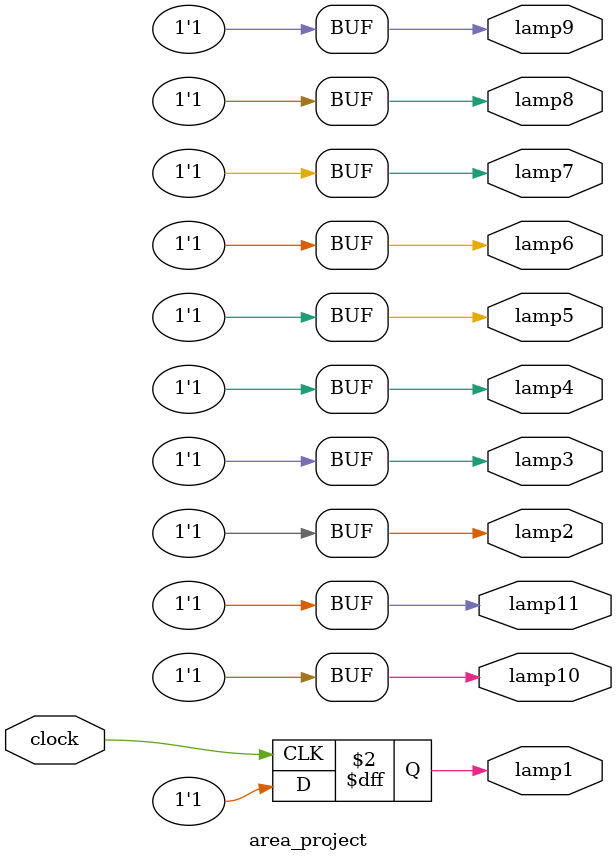
<source format=v>
module area_project(
	output reg lamp1, output lamp2, output lamp3, output lamp4,
	output lamp5, output lamp6, output lamp7, output lamp8,
	output lamp9, output lamp10, output lamp11, input clock
);


assign lamp2 = 1;
assign lamp3 = 1;
assign lamp4 = 1;
assign lamp5 = 1;
assign lamp6 = 1;
assign lamp7 = 1;
assign lamp8 = 1;
assign lamp9 = 1;
assign lamp10 = 1;
assign lamp11 = 1;

reg [1:0] count;

always @(posedge clock)
	begin
		if (clock)
			lamp1 <= 1;
		else
			lamp1 <= 0;
	end

endmodule
</source>
